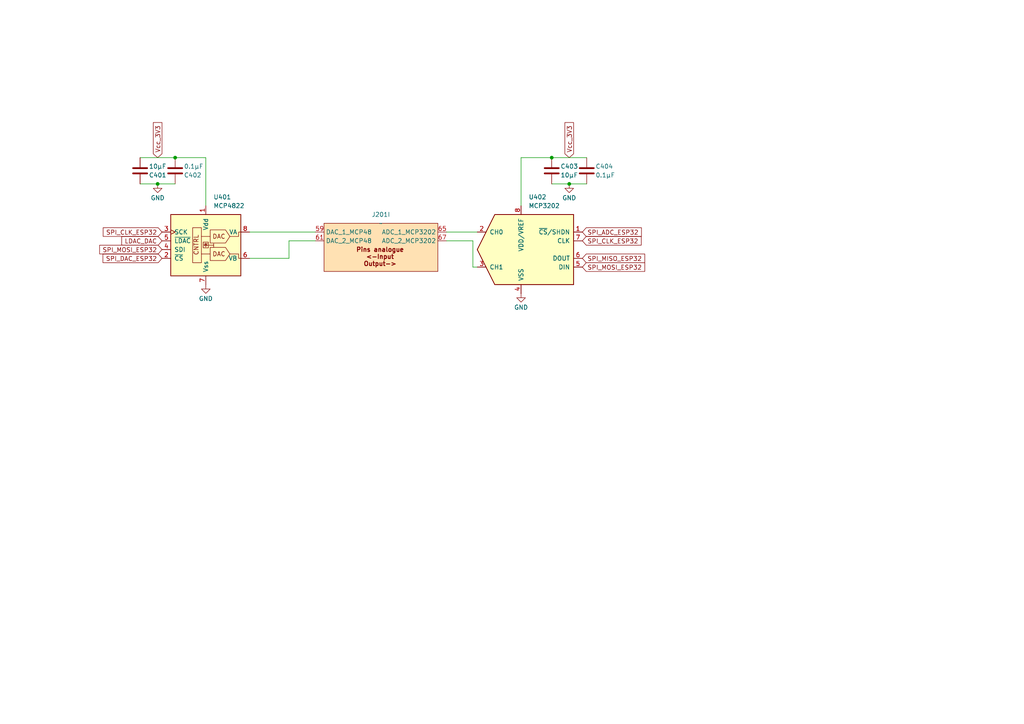
<source format=kicad_sch>
(kicad_sch (version 20231120) (generator "eeschema") (generator_version "8.0")
  (paper "A4")
  (lib_symbols
    (symbol "Analog_ADC:MCP3202" (pin_names (offset 1.016))
      (property "Reference" "U" (at -6.35 11.43 0))
      (property "Value" "MCP3202" (at 11.43 11.43 0))
      (symbol "MCP3202_0_1"
        (polyline (pts (xy 15.24 10.16) (xy -7.62 10.16) (xy -12.7 0) (xy -7.62 -10.16) (xy 15.24 -10.16) (xy 15.24 10.16)) (stroke (width 0.254)) (fill (type background)))
      )
      (symbol "MCP3202_1_1"
        (pin input line (at 17.78 5.08 180) (length 2.54) (name "~{CS}/SHDN") (number "1"))
        (pin passive line (at -12.7 5.08 0) (length 2.54) (name "CH0") (number "2"))
        (pin passive line (at -12.7 -5.08 0) (length 2.54) (name "CH1") (number "3"))
        (pin power_in line (at 0 -12.7 90) (length 2.54) (name "VSS") (number "4"))
        (pin input line (at 17.78 -5.08 180) (length 2.54) (name "DIN") (number "5"))
        (pin output line (at 17.78 -2.54 180) (length 2.54) (name "DOUT") (number "6"))
        (pin input line (at 17.78 2.54 180) (length 2.54) (name "CLK") (number "7"))
        (pin power_in line (at 0 12.7 270) (length 2.54) (name "VDD/VREF") (number "8"))
      )
    )
    (symbol "Analog_DAC:MCP4822" (pin_names (offset 1.016))
      (property "Reference" "U" (at -2.54 10.795 0))
      (property "Value" "MCP4822" (at -2.54 8.89 0))
      (symbol "MCP4822_0_0"
        (polyline (pts (xy 0 -1.778) (xy 0 -0.635)))
        (polyline (pts (xy 0.381 -0.889) (xy 0.508 -0.762)))
        (polyline (pts (xy 2.286 -1.143) (xy 2.286 -1.905)))
        (polyline (pts (xy 0.381 -0.889) (xy -0.381 -0.889) (xy -0.508 -1.016)))
        (polyline (pts (xy 0.762 -1.27) (xy 2.286 -1.27) (xy 2.286 -0.762)))
        (polyline (pts (xy 0 -0.889) (xy 0.508 -1.397) (xy -0.508 -1.397) (xy 0 -0.889)))
        (polyline (pts (xy 6.985 -3.81) (xy 9.525 -3.81) (xy 9.525 -5.08) (xy 10.16 -5.08)))
        (polyline (pts (xy 6.985 1.27) (xy 9.525 1.27) (xy 9.525 2.54) (xy 10.16 2.54)))
        (rectangle (start 0.762 -0.381) (end -0.762 -2.032))
        (text "CNTRL" (at -2.032 -4.191 900) (effects (font (size 1.27 1.27)) (justify left bottom)))
        (text "DAC" (at 3.81 -3.81 0) (effects (font (size 1.27 1.27))))
        (text "DAC" (at 3.81 1.27 0) (effects (font (size 1.27 1.27))))
      )
      (symbol "MCP4822_0_1"
        (rectangle (start -10.16 7.62) (end 10.16 -10.16) (stroke (width 0.254)) (fill (type background)))
        (rectangle (start -1.27 -6.35) (end -3.81 3.81))
        (polyline (pts (xy 1.27 -3.81) (xy -1.27 -3.81)))
        (polyline (pts (xy 1.27 1.27) (xy -1.27 1.27)))
        (polyline (pts (xy 6.985 -3.81) (xy 5.715 -1.905) (xy 1.27 -1.905) (xy 1.27 -5.715) (xy 5.715 -5.715) (xy 6.985 -3.81)))
        (polyline (pts (xy 6.985 1.27) (xy 5.715 3.175) (xy 1.27 3.175) (xy 1.27 -0.635) (xy 5.715 -0.635) (xy 6.985 1.27)))
      )
      (symbol "MCP4822_1_1"
        (pin power_in line (at 0 10.16 270) (length 2.54) (name "Vdd") (number "1"))
        (pin input line (at -12.7 -5.08 0) (length 2.54) (name "~{CS}") (number "2"))
        (pin input clock (at -12.7 2.54 0) (length 2.54) (name "SCK") (number "3"))
        (pin input line (at -12.7 -2.54 0) (length 2.54) (name "SDI") (number "4"))
        (pin input line (at -12.7 0 0) (length 2.54) (name "~{LDAC}") (number "5"))
        (pin output line (at 12.7 -5.08 180) (length 2.54) (name "VB") (number "6"))
        (pin power_in line (at 0 -12.7 90) (length 2.54) (name "Vss") (number "7"))
        (pin output line (at 12.7 2.54 180) (length 2.54) (name "VA") (number "8"))
      )
    )
    (symbol "Device:C" (pin_numbers hide) (pin_names (offset 0.254))
      (property "Reference" "C" (at 0.635 2.54 0))
      (property "Value" "C" (at 0.635 -2.54 0))
      (symbol "C_0_1"
        (polyline (pts (xy -2.032 -0.762) (xy 2.032 -0.762)) (stroke (width 0.508)))
        (polyline (pts (xy -2.032 0.762) (xy 2.032 0.762)) (stroke (width 0.508)))
      )
      (symbol "C_1_1"
        (pin passive line (at 0 3.81 270) (length 2.794) (name "~") (number "1"))
        (pin passive line (at 0 -3.81 90) (length 2.794) (name "~") (number "2"))
      )
    )
    (symbol "connecteur_m2_key_E:connecteur_SOM_ESP32"
      (property "Reference" "J201" (at 0 6.35 0))
      (property "Value" "~" (at 0 3.81 0))
      (symbol "connecteur_SOM_ESP32_1_1"
        (rectangle (start -13.97 7.62) (end 13.97 -27.94) (stroke (width 0) (color 72 0 0 1)) (fill (type color) (color 255 0 0 0.52)))
        (text "Pins d'alimentation\n&\nResets" (at 0 -9.144 0) (effects (font (size 1.27 1.27) (bold yes))))
        (pin power_in line (at 16.51 6.35 180) (length 2.54) (name "GND") (number "1"))
        (pin power_in line (at 16.51 1.27 180) (length 2.54) (name "GND") (number "18"))
        (pin power_in line (at -16.51 6.35 0) (length 2.54) (name "Vcc_3v3") (number "2"))
        (pin power_in line (at 16.51 -1.27 180) (length 2.54) (name "GND") (number "33"))
        (pin power_in line (at 16.51 -3.81 180) (length 2.54) (name "GND") (number "38"))
        (pin power_in line (at 16.51 -6.35 180) (length 2.54) (name "GND") (number "39"))
        (pin power_in line (at -16.51 3.81 0) (length 2.54) (name "Vcc_3v3") (number "4"))
        (pin power_in line (at 16.51 -8.89 180) (length 2.54) (name "GND") (number "45"))
        (pin power_in line (at 16.51 -11.43 180) (length 2.54) (name "GND") (number "51"))
        (pin bidirectional line (at -16.51 1.27 0) (length 2.54) (name "RESET_AUTRES") (number "54"))
        (pin power_in line (at 16.51 -13.97 180) (length 2.54) (name "GND") (number "55"))
        (pin bidirectional line (at -16.51 -21.59 0) (length 2.54) (name "RESET_ESP32") (number "56"))
        (pin power_in line (at 16.51 -16.51 180) (length 2.54) (name "GND") (number "57"))
        (pin power_in line (at 16.51 -19.05 180) (length 2.54) (name "GND") (number "62"))
        (pin power_in line (at 16.51 -21.59 180) (length 2.54) (name "GND") (number "63"))
        (pin power_in line (at 16.51 -24.13 180) (length 2.54) (name "GND") (number "69"))
        (pin power_in line (at 16.51 3.81 180) (length 2.54) (name "GND") (number "7"))
        (pin power_in line (at -16.51 -24.13 0) (length 2.54) (name "Vcc_3v3") (number "72"))
        (pin power_in line (at -16.51 -26.67 0) (length 2.54) (name "Vcc_3v3") (number "74"))
        (pin power_in line (at 16.51 -26.67 180) (length 2.54) (name "GND") (number "75"))
      )
      (symbol "connecteur_SOM_ESP32_2_1"
        (rectangle (start -17.78 11.43) (end 16.51 -12.7) (stroke (width 0) (color 0 0 72 1)) (fill (type color) (color 0 0 255 0.2)))
        (text "I2C" (at -0.254 -0.254 0) (effects (font (size 1.27 1.27))))
        (pin bidirectional line (at 19.05 7.62 180) (length 2.54) (name "I2C_SCL_1_TCA") (number "11"))
        (pin bidirectional line (at 19.05 3.81 180) (length 2.54) (name "I2C_SDA_2_TCA") (number "13"))
        (pin bidirectional line (at 19.05 -2.54 180) (length 2.54) (name "I2C_SDA_3_TCA") (number "14"))
        (pin bidirectional line (at 19.05 1.27 180) (length 2.54) (name "I2C_SCL_2_TCA") (number "15"))
        (pin bidirectional line (at 19.05 -5.08 180) (length 2.54) (name "I2C_SCL_3_TCA") (number "16"))
        (pin bidirectional line (at 19.05 -8.89 180) (length 2.54) (name "I2C_SDA_4_TCA") (number "17"))
        (pin bidirectional line (at 19.05 -11.43 180) (length 2.54) (name "I2C_SCL_4_TCA") (number "19"))
        (pin bidirectional line (at -20.32 1.27 0) (length 2.54) (name "I2C_SDA_ESP32") (number "58"))
        (pin bidirectional line (at -20.32 -1.27 0) (length 2.54) (name "I2C_SCL_ESP32") (number "60"))
        (pin bidirectional line (at 19.05 10.16 180) (length 2.54) (name "I2C_SDA_1_TCA") (number "9"))
      )
      (symbol "connecteur_SOM_ESP32_3_1"
        (rectangle (start -2.54 6.35) (end 15.24 -7.62) (stroke (width 0) (color 0 0 72 1)) (fill (type color) (color 0 0 255 0.2)))
        (text "SPI" (at 0 0 0) (effects (font (size 1.27 1.27) (bold yes))))
        (pin bidirectional line (at 17.78 5.08 180) (length 2.54) (name "SPI_CS_5") (number "20"))
        (pin bidirectional line (at 17.78 2.54 180) (length 2.54) (name "SPI_CS_6") (number "21"))
        (pin bidirectional line (at 17.78 -1.27 180) (length 2.54) (name "SPI_CLK") (number "23"))
        (pin bidirectional line (at 17.78 -3.81 180) (length 2.54) (name "SPI_MOSI") (number "35"))
        (pin bidirectional line (at 17.78 -6.35 180) (length 2.54) (name "SPI_MISO") (number "37"))
      )
      (symbol "connecteur_SOM_ESP32_4_1"
        (rectangle (start -13.97 2.54) (end 10.16 -2.54) (stroke (width 0) (color 0 0 72 1)) (fill (type color) (color 0 0 255 0.2)))
        (text "Canbus" (at -9.906 0.254 0) (effects (font (size 1.27 1.27) (bold yes))))
        (pin bidirectional line (at 12.7 1.27 180) (length 2.54) (name "CAN_H_MCP2515") (number "71"))
        (pin bidirectional line (at 12.7 -1.27 180) (length 2.54) (name "CAN_L_MCP2515") (number "73"))
      )
      (symbol "connecteur_SOM_ESP32_5_1"
        (rectangle (start -3.81 2.54) (end 11.43 -2.54) (stroke (width 0) (color 0 0 72 1)) (fill (type color) (color 0 0 255 0.2)))
        (text "UART" (at -0.254 0.254 0) (effects (font (size 1.27 1.27) (bold yes))))
        (pin bidirectional line (at 13.97 1.27 180) (length 2.54) (name "UART_TX") (number "22"))
        (pin bidirectional line (at 13.97 -1.27 180) (length 2.54) (name "UART_RX") (number "32"))
      )
      (symbol "connecteur_SOM_ESP32_6_1"
        (rectangle (start -11.43 2.54) (end 11.43 -2.54) (stroke (width 0) (color 0 0 72 1)) (fill (type color) (color 0 0 255 0.2)))
        (text "USB" (at -8.636 0.254 0) (effects (font (size 1.27 1.27) (bold yes))))
        (pin bidirectional line (at 13.97 1.27 180) (length 2.54) (name "USB_D-_FT231") (number "3"))
        (pin bidirectional line (at 13.97 -1.27 180) (length 2.54) (name "USB_D+_FT231") (number "5"))
      )
      (symbol "connecteur_SOM_ESP32_7_1"
        (rectangle (start -12.7 2.54) (end 11.43 -2.54) (stroke (width 0) (color 0 0 72 1)) (fill (type color) (color 0 0 255 0.2)))
        (text "DEBUG" (at -8.636 0.254 0) (effects (font (size 1.27 1.27) (bold yes))))
        (pin bidirectional line (at 13.97 1.27 180) (length 2.54) (name "USB_DEBUG_D-") (number "46"))
        (pin bidirectional line (at 13.97 -1.27 180) (length 2.54) (name "USB_DEBUG_D+") (number "48"))
      )
      (symbol "connecteur_SOM_ESP32_8_1"
        (rectangle (start -8.89 5.08) (end 11.43 -2.54) (stroke (width 0) (color 0 0 72 1)) (fill (type color) (color 0 0 255 0.2)))
        (text "I2S" (at -5.842 1.27 0) (effects (font (size 1.27 1.27) (bold yes))))
        (pin bidirectional line (at 13.97 1.27 180) (length 2.54) (name "I2S_WS") (number "10"))
        (pin bidirectional line (at 13.97 -1.27 180) (length 2.54) (name "I2S_DIN/DOUT") (number "12"))
        (pin bidirectional line (at 13.97 3.81 180) (length 2.54) (name "I2S_BCLK") (number "8"))
      )
      (symbol "connecteur_SOM_ESP32_9_1"
        (rectangle (start -16.51 3.81) (end 16.51 -10.16) (fill (type color) (color 255 153 0 0.3)))
        (text "Pins analogue\n<-Input\nOutput->" (at -0.254 -5.842 0) (effects (font (size 1.27 1.27) (bold yes))))
        (pin bidirectional line (at -19.05 1.27 0) (length 2.54) (name "DAC_1_MCP48") (number "59"))
        (pin bidirectional line (at -19.05 -1.27 0) (length 2.54) (name "DAC_2_MCP48") (number "61"))
        (pin power_in line (at 19.05 1.27 180) (length 2.54) (name "ADC_1_MCP3202") (number "65"))
        (pin power_in line (at 19.05 -1.27 180) (length 2.54) (name "ADC_2_MCP3202") (number "67"))
      )
      (symbol "connecteur_SOM_ESP32_10_1"
        (rectangle (start -19.05 5.08) (end 6.35 -5.08) (stroke (width 0) (color 0 72 0 1)) (fill (type color) (color 0 132 0 0.3)))
        (text "Sortie PWM\n" (at -13.208 0.254 0) (effects (font (size 1.27 1.27))))
        (pin output line (at 8.89 3.81 180) (length 2.54) (name "PWM_1_PCA") (number "64"))
        (pin output line (at 8.89 1.27 180) (length 2.54) (name "PWM_2_PCA") (number "66"))
        (pin output line (at 8.89 -1.27 180) (length 2.54) (name "PWM_3_PCA") (number "68"))
        (pin output line (at 8.89 -3.81 180) (length 2.54) (name "PWM_4_PCA") (number "70"))
      )
      (symbol "connecteur_SOM_ESP32_11_1"
        (rectangle (start -12.7 7.62) (end 13.97 -5.08) (stroke (width 0) (color 0 72 0 1)) (fill (type color) (color 0 132 0 0.3)))
        (text "ESP32\n" (at 0.508 -2.794 0) (effects (font (size 1.27 1.27))))
        (text "GPIO pins" (at 0.508 5.842 0) (effects (font (size 1.27 1.27))))
        (pin bidirectional line (at 16.51 -1.27 180) (length 2.54) (name "GPIO47") (number "34"))
        (pin bidirectional line (at 16.51 -3.81 180) (length 2.54) (name "GPIO48") (number "36"))
        (pin bidirectional line (at -15.24 6.35 0) (length 2.54) (name "GPIO15") (number "40"))
        (pin bidirectional line (at -15.24 3.81 0) (length 2.54) (name "GPIO16") (number "41"))
        (pin bidirectional line (at -15.24 1.27 0) (length 2.54) (name "NC") (number "42"))
        (pin bidirectional line (at -15.24 -1.27 0) (length 2.54) (name "NC") (number "43"))
        (pin bidirectional line (at -15.24 -3.81 0) (length 2.54) (name "NC") (number "44"))
        (pin bidirectional line (at 16.51 6.35 180) (length 2.54) (name "NC") (number "52"))
        (pin bidirectional line (at 16.51 3.81 180) (length 2.54) (name "NC") (number "53"))
        (pin bidirectional line (at 16.51 1.27 180) (length 2.54) (name "GPIO38&LED") (number "6"))
      )
      (symbol "connecteur_SOM_ESP32_12_1"
        (rectangle (start -8.89 3.81) (end 8.89 -3.81) (fill (type color) (color 255 255 0 0.4)))
        (text "Sortie\nclock" (at -5.334 0 0) (effects (font (size 1.27 1.27) (bold yes))))
        (pin output line (at 11.43 2.54 180) (length 2.54) (name "REFCLKn/NC") (number "47"))
        (pin output line (at 11.43 0 180) (length 2.54) (name "REFCLKp/NC") (number "49"))
        (pin output line (at 11.43 -2.54 180) (length 2.54) (name "SUSCLK") (number "50"))
      )
    )
    (symbol "power:GND" (power) (pin_numbers hide) (pin_names (offset 0) hide)
      (property "Value" "GND" (at 0 -3.81 0))
      (symbol "GND_0_1"
        (polyline (pts (xy 0 0) (xy 0 -1.27) (xy 1.27 -1.27) (xy 0 -2.54) (xy -1.27 -1.27) (xy 0 -1.27)))
      )
      (symbol "GND_1_1"
        (pin power_in line (at 0 0 270) (length 0) (name "~") (number "1"))
      )
    )
  )
  (junction (at 165.1 53.34))
  (junction (at 45.72 53.34))
  (junction (at 50.8 45.72))
  (junction (at 160.02 45.72))
  (wire (pts (xy 50.8 45.72) (xy 59.69 45.72)))
  (wire (pts (xy 72.39 74.93) (xy 83.82 74.93)))
  (wire (pts (xy 137.16 69.85) (xy 137.16 77.47)))
  (wire (pts (xy 160.02 45.72) (xy 170.18 45.72)))
  (wire (pts (xy 59.69 59.69) (xy 59.69 45.72)))
  (wire (pts (xy 83.82 74.93) (xy 83.82 69.85)))
  (wire (pts (xy 40.64 45.72) (xy 50.8 45.72)))
  (wire (pts (xy 72.39 67.31) (xy 91.44 67.31)))
  (wire (pts (xy 40.64 53.34) (xy 45.72 53.34)))
  (wire (pts (xy 151.13 59.69) (xy 151.13 45.72)))
  (wire (pts (xy 129.54 67.31) (xy 138.43 67.31)))
  (wire (pts (xy 83.82 69.85) (xy 91.44 69.85)))
  (wire (pts (xy 160.02 53.34) (xy 165.1 53.34)))
  (wire (pts (xy 137.16 77.47) (xy 138.43 77.47)))
  (wire (pts (xy 165.1 53.34) (xy 170.18 53.34)))
  (wire (pts (xy 45.72 53.34) (xy 50.8 53.34)))
  (wire (pts (xy 151.13 45.72) (xy 160.02 45.72)))
  (wire (pts (xy 129.54 69.85) (xy 137.16 69.85)))
  (global_label "SPI_DAC_ESP32" (shape input) (at 46.99 74.93 180) (property "Intersheetrefs" "${INTERSHEET_REFS}" (effects (hide yes))))
  (global_label "SPI_MOSI_ESP32" (shape input) (at 46.99 72.39 180) (property "Intersheetrefs" "${INTERSHEET_REFS}" (effects (hide yes))))
  (global_label "Vcc_3V3" (shape input) (at 165.1 45.72 90) (property "Intersheetrefs" "${INTERSHEET_REFS}" (effects (hide yes))))
  (global_label "LDAC_DAC" (shape input) (at 46.99 69.85 180) (property "Intersheetrefs" "${INTERSHEET_REFS}" (effects (hide yes))))
  (global_label "Vcc_3V3" (shape input) (at 45.72 45.72 90) (property "Intersheetrefs" "${INTERSHEET_REFS}" (effects (hide yes))))
  (global_label "SPI_MOSI_ESP32" (shape input) (at 168.91 77.47 0) (property "Intersheetrefs" "${INTERSHEET_REFS}" (effects (hide yes))))
  (global_label "SPI_MISO_ESP32" (shape input) (at 168.91 74.93 0) (property "Intersheetrefs" "${INTERSHEET_REFS}" (effects (hide yes))))
  (global_label "SPI_CLK_ESP32" (shape input) (at 168.91 69.85 0) (property "Intersheetrefs" "${INTERSHEET_REFS}" (effects (hide yes))))
  (global_label "SPI_CLK_ESP32" (shape input) (at 46.99 67.31 180) (property "Intersheetrefs" "${INTERSHEET_REFS}" (effects (hide yes))))
  (global_label "SPI_ADC_ESP32" (shape input) (at 168.91 67.31 0) (property "Intersheetrefs" "${INTERSHEET_REFS}" (effects (hide yes))))
  (symbol (lib_id "Device:C") (at 40.64 49.53 0) (mirror x) (unit 1)
    (property "Reference" "C401" (at 43.18 50.8 0) (effects (justify left)))
    (property "Value" "10µF" (at 43.18 48.26 0) (effects (justify left)))
    (property "Footprint" "Resistor_SMD:R_0805_2012Metric" (effects (hide yes)))
    (property "Description" "Unpolarized capacitor" (effects (hide yes)))
  )
  (symbol (lib_id "Analog_DAC:MCP4822") (at 59.69 69.85 0) (unit 1)
    (property "Reference" "U401" (at 61.8841 57.15 0) (effects (justify left)))
    (property "Value" "MCP4822" (at 61.8841 59.69 0) (effects (justify left)))
    (property "Footprint" "Package_SO:SOIC-8_3.9x4.9mm_P1.27mm" (effects (hide yes)))
    (property "Datasheet" "http://ww1.microchip.com/downloads/en/DeviceDoc/20002249B.pdf" (effects (hide yes)))
    (property "Description" "2-Channel 12-Bit D/A Converters with SPI Interface and Internal Reference (2.048V)" (effects (hide yes)))
  )
  (symbol (lib_id "power:GND") (at 151.13 85.09 0) (unit 1)
    (property "Reference" "#PWR0403" (effects (hide yes)))
    (property "Value" "GND" (at 151.13 89.154 0))
    (property "Description" "Power symbol creates a global label with name \"GND\" , ground" (effects (hide yes)))
  )
  (symbol (lib_id "Device:C") (at 160.02 49.53 0) (unit 1)
    (property "Reference" "C403" (at 162.56 48.26 0) (effects (justify left)))
    (property "Value" "10µF" (at 162.56 50.8 0) (effects (justify left)))
    (property "Footprint" "Resistor_SMD:R_0805_2012Metric" (effects (hide yes)))
    (property "Description" "Unpolarized capacitor" (effects (hide yes)))
  )
  (symbol (lib_id "connecteur_m2_key_E:connecteur_SOM_ESP32") (at 110.49 68.58 0) (unit 9)
    (property "Reference" "J201" (at 110.49 62.23 0))
    (property "Value" "~" (at 110.49 64.77 0))
    (property "Footprint" "connecteur_M2_key_E:NGFF_E" (effects (hide yes)))
  )
  (symbol (lib_id "Device:C") (at 50.8 49.53 0) (mirror x) (unit 1)
    (property "Reference" "C402" (at 53.34 50.8 0) (effects (justify left)))
    (property "Value" "0.1µF" (at 53.34 48.26 0) (effects (justify left)))
    (property "Footprint" "Resistor_SMD:R_0805_2012Metric" (effects (hide yes)))
    (property "Description" "Unpolarized capacitor" (effects (hide yes)))
  )
  (symbol (lib_id "power:GND") (at 45.72 53.34 0) (mirror y) (unit 1)
    (property "Reference" "#PWR0401" (effects (hide yes)))
    (property "Value" "GND" (at 45.72 57.404 0))
    (property "Description" "Power symbol creates a global label with name \"GND\" , ground" (effects (hide yes)))
  )
  (symbol (lib_id "power:GND") (at 165.1 53.34 0) (unit 1)
    (property "Reference" "#PWR0404" (effects (hide yes)))
    (property "Value" "GND" (at 165.1 57.404 0))
    (property "Description" "Power symbol creates a global label with name \"GND\" , ground" (effects (hide yes)))
  )
  (symbol (lib_id "Analog_ADC:MCP3202") (at 151.13 72.39 0) (unit 1)
    (property "Reference" "U402" (at 153.3241 57.15 0) (effects (justify left)))
    (property "Value" "MCP3202" (at 153.3241 59.69 0) (effects (justify left)))
    (property "Footprint" "Package_SO:SOIC-8_3.9x4.9mm_P1.27mm" (effects (hide yes)))
    (property "Datasheet" "http://ww1.microchip.com/downloads/en/DeviceDoc/21034D.pdf" (effects (hide yes)))
    (property "Description" "A/D Converter, 12-Bit, 2-Channel, SPI Interface, 2.7V-5.5V" (effects (hide yes)))
  )
  (symbol (lib_id "power:GND") (at 59.69 82.55 0) (unit 1)
    (property "Reference" "#PWR0402" (effects (hide yes)))
    (property "Value" "GND" (at 59.69 86.614 0))
    (property "Description" "Power symbol creates a global label with name \"GND\" , ground" (effects (hide yes)))
  )
  (symbol (lib_id "Device:C") (at 170.18 49.53 0) (unit 1)
    (property "Reference" "C404" (at 172.72 48.26 0) (effects (justify left)))
    (property "Value" "0.1µF" (at 172.72 50.8 0) (effects (justify left)))
    (property "Footprint" "Resistor_SMD:R_0805_2012Metric" (effects (hide yes)))
    (property "Description" "Unpolarized capacitor" (effects (hide yes)))
  )
)
</source>
